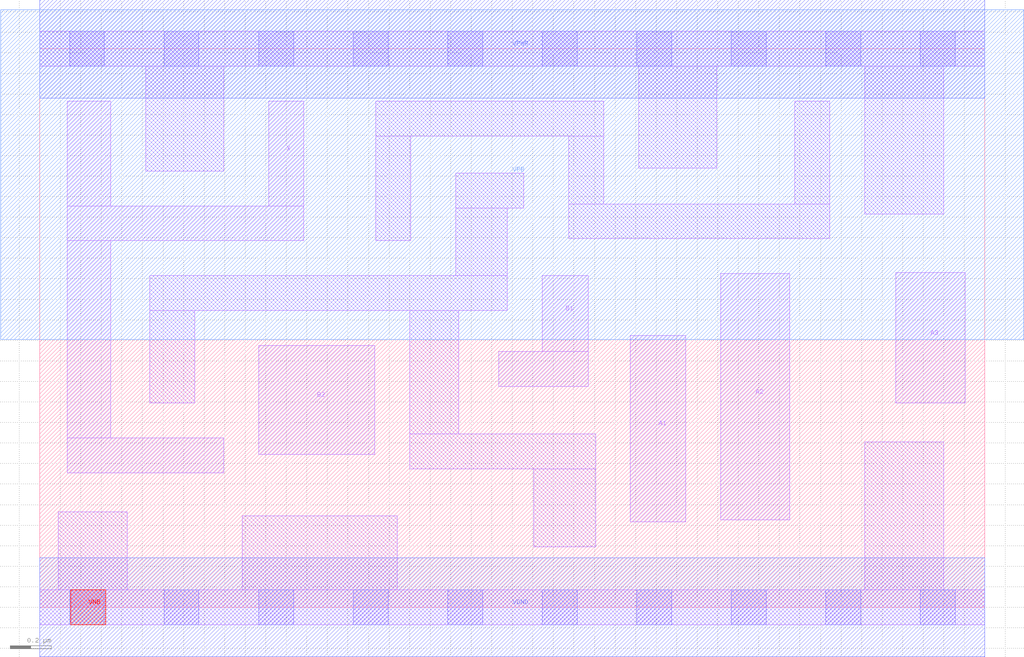
<source format=lef>
# Copyright 2020 The SkyWater PDK Authors
#
# Licensed under the Apache License, Version 2.0 (the "License");
# you may not use this file except in compliance with the License.
# You may obtain a copy of the License at
#
#     https://www.apache.org/licenses/LICENSE-2.0
#
# Unless required by applicable law or agreed to in writing, software
# distributed under the License is distributed on an "AS IS" BASIS,
# WITHOUT WARRANTIES OR CONDITIONS OF ANY KIND, either express or implied.
# See the License for the specific language governing permissions and
# limitations under the License.
#
# SPDX-License-Identifier: Apache-2.0

VERSION 5.7 ;
  NOWIREEXTENSIONATPIN ON ;
  DIVIDERCHAR "/" ;
  BUSBITCHARS "[]" ;
PROPERTYDEFINITIONS
  MACRO maskLayoutSubType STRING ;
  MACRO prCellType STRING ;
  MACRO originalViewName STRING ;
END PROPERTYDEFINITIONS
MACRO sky130_fd_sc_hdll__a32o_2
  CLASS CORE ;
  FOREIGN sky130_fd_sc_hdll__a32o_2 ;
  ORIGIN  0.000000  0.000000 ;
  SIZE  4.600000 BY  2.720000 ;
  SYMMETRY X Y R90 ;
  SITE unithd ;
  PIN A1
    ANTENNAGATEAREA  0.277500 ;
    DIRECTION INPUT ;
    USE SIGNAL ;
    PORT
      LAYER li1 ;
        RECT 2.875000 0.415000 3.145000 1.325000 ;
    END
  END A1
  PIN A2
    ANTENNAGATEAREA  0.277500 ;
    DIRECTION INPUT ;
    USE SIGNAL ;
    PORT
      LAYER li1 ;
        RECT 3.315000 0.425000 3.650000 1.625000 ;
    END
  END A2
  PIN A3
    ANTENNAGATEAREA  0.277500 ;
    DIRECTION INPUT ;
    USE SIGNAL ;
    PORT
      LAYER li1 ;
        RECT 4.165000 0.995000 4.505000 1.630000 ;
    END
  END A3
  PIN B1
    ANTENNAGATEAREA  0.277500 ;
    DIRECTION INPUT ;
    USE SIGNAL ;
    PORT
      LAYER li1 ;
        RECT 2.235000 1.075000 2.670000 1.245000 ;
        RECT 2.445000 1.245000 2.670000 1.615000 ;
    END
  END B1
  PIN B2
    ANTENNAGATEAREA  0.277500 ;
    DIRECTION INPUT ;
    USE SIGNAL ;
    PORT
      LAYER li1 ;
        RECT 1.065000 0.745000 1.630000 1.275000 ;
    END
  END B2
  PIN VGND
    ANTENNADIFFAREA  0.854750 ;
    DIRECTION INOUT ;
    USE SIGNAL ;
    PORT
      LAYER met1 ;
        RECT 0.000000 -0.240000 4.600000 0.240000 ;
    END
  END VGND
  PIN VNB
    PORT
      LAYER pwell ;
        RECT 0.150000 -0.085000 0.320000 0.085000 ;
    END
  END VNB
  PIN VPB
    PORT
      LAYER nwell ;
        RECT -0.190000 1.305000 4.790000 2.910000 ;
    END
  END VPB
  PIN VPWR
    ANTENNADIFFAREA  1.010000 ;
    DIRECTION INOUT ;
    USE SIGNAL ;
    PORT
      LAYER met1 ;
        RECT 0.000000 2.480000 4.600000 2.960000 ;
    END
  END VPWR
  PIN X
    ANTENNADIFFAREA  0.748000 ;
    DIRECTION OUTPUT ;
    USE SIGNAL ;
    PORT
      LAYER li1 ;
        RECT 0.135000 0.655000 0.895000 0.825000 ;
        RECT 0.135000 0.825000 0.345000 1.785000 ;
        RECT 0.135000 1.785000 1.285000 1.955000 ;
        RECT 0.135000 1.955000 0.345000 2.465000 ;
        RECT 1.115000 1.955000 1.285000 2.465000 ;
    END
  END X
  OBS
    LAYER li1 ;
      RECT 0.000000 -0.085000 4.600000 0.085000 ;
      RECT 0.000000  2.635000 4.600000 2.805000 ;
      RECT 0.090000  0.085000 0.425000 0.465000 ;
      RECT 0.515000  2.125000 0.895000 2.635000 ;
      RECT 0.535000  0.995000 0.755000 1.445000 ;
      RECT 0.535000  1.445000 2.275000 1.615000 ;
      RECT 0.985000  0.085000 1.740000 0.445000 ;
      RECT 1.635000  1.785000 1.805000 2.295000 ;
      RECT 1.635000  2.295000 2.745000 2.465000 ;
      RECT 1.800000  0.675000 2.705000 0.845000 ;
      RECT 1.800000  0.845000 2.040000 1.445000 ;
      RECT 2.025000  1.615000 2.275000 1.945000 ;
      RECT 2.025000  1.945000 2.355000 2.115000 ;
      RECT 2.405000  0.295000 2.705000 0.675000 ;
      RECT 2.575000  1.795000 3.845000 1.965000 ;
      RECT 2.575000  1.965000 2.745000 2.295000 ;
      RECT 2.915000  2.140000 3.295000 2.635000 ;
      RECT 3.675000  1.965000 3.845000 2.465000 ;
      RECT 4.015000  0.085000 4.400000 0.805000 ;
      RECT 4.015000  1.915000 4.400000 2.635000 ;
    LAYER mcon ;
      RECT 0.145000 -0.085000 0.315000 0.085000 ;
      RECT 0.145000  2.635000 0.315000 2.805000 ;
      RECT 0.605000 -0.085000 0.775000 0.085000 ;
      RECT 0.605000  2.635000 0.775000 2.805000 ;
      RECT 1.065000 -0.085000 1.235000 0.085000 ;
      RECT 1.065000  2.635000 1.235000 2.805000 ;
      RECT 1.525000 -0.085000 1.695000 0.085000 ;
      RECT 1.525000  2.635000 1.695000 2.805000 ;
      RECT 1.985000 -0.085000 2.155000 0.085000 ;
      RECT 1.985000  2.635000 2.155000 2.805000 ;
      RECT 2.445000 -0.085000 2.615000 0.085000 ;
      RECT 2.445000  2.635000 2.615000 2.805000 ;
      RECT 2.905000 -0.085000 3.075000 0.085000 ;
      RECT 2.905000  2.635000 3.075000 2.805000 ;
      RECT 3.365000 -0.085000 3.535000 0.085000 ;
      RECT 3.365000  2.635000 3.535000 2.805000 ;
      RECT 3.825000 -0.085000 3.995000 0.085000 ;
      RECT 3.825000  2.635000 3.995000 2.805000 ;
      RECT 4.285000 -0.085000 4.455000 0.085000 ;
      RECT 4.285000  2.635000 4.455000 2.805000 ;
  END
  PROPERTY maskLayoutSubType "abstract" ;
  PROPERTY prCellType "standard" ;
  PROPERTY originalViewName "layout" ;
END sky130_fd_sc_hdll__a32o_2
END LIBRARY

</source>
